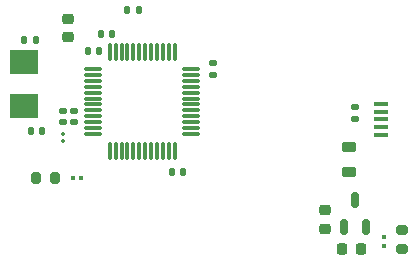
<source format=gbr>
%TF.GenerationSoftware,KiCad,Pcbnew,8.0.8*%
%TF.CreationDate,2025-01-21T23:24:59+01:00*%
%TF.ProjectId,STM32_Design,53544d33-325f-4446-9573-69676e2e6b69,rev?*%
%TF.SameCoordinates,Original*%
%TF.FileFunction,Paste,Top*%
%TF.FilePolarity,Positive*%
%FSLAX46Y46*%
G04 Gerber Fmt 4.6, Leading zero omitted, Abs format (unit mm)*
G04 Created by KiCad (PCBNEW 8.0.8) date 2025-01-21 23:24:59*
%MOMM*%
%LPD*%
G01*
G04 APERTURE LIST*
G04 Aperture macros list*
%AMRoundRect*
0 Rectangle with rounded corners*
0 $1 Rounding radius*
0 $2 $3 $4 $5 $6 $7 $8 $9 X,Y pos of 4 corners*
0 Add a 4 corners polygon primitive as box body*
4,1,4,$2,$3,$4,$5,$6,$7,$8,$9,$2,$3,0*
0 Add four circle primitives for the rounded corners*
1,1,$1+$1,$2,$3*
1,1,$1+$1,$4,$5*
1,1,$1+$1,$6,$7*
1,1,$1+$1,$8,$9*
0 Add four rect primitives between the rounded corners*
20,1,$1+$1,$2,$3,$4,$5,0*
20,1,$1+$1,$4,$5,$6,$7,0*
20,1,$1+$1,$6,$7,$8,$9,0*
20,1,$1+$1,$8,$9,$2,$3,0*%
G04 Aperture macros list end*
%ADD10RoundRect,0.067500X0.067500X-0.067500X0.067500X0.067500X-0.067500X0.067500X-0.067500X-0.067500X0*%
%ADD11R,2.400000X2.000000*%
%ADD12RoundRect,0.075000X-0.662500X-0.075000X0.662500X-0.075000X0.662500X0.075000X-0.662500X0.075000X0*%
%ADD13RoundRect,0.075000X-0.075000X-0.662500X0.075000X-0.662500X0.075000X0.662500X-0.075000X0.662500X0*%
%ADD14RoundRect,0.150000X0.150000X-0.512500X0.150000X0.512500X-0.150000X0.512500X-0.150000X-0.512500X0*%
%ADD15RoundRect,0.135000X0.185000X-0.135000X0.185000X0.135000X-0.185000X0.135000X-0.185000X-0.135000X0*%
%ADD16RoundRect,0.200000X0.200000X0.275000X-0.200000X0.275000X-0.200000X-0.275000X0.200000X-0.275000X0*%
%ADD17RoundRect,0.135000X0.135000X0.185000X-0.135000X0.185000X-0.135000X-0.185000X0.135000X-0.185000X0*%
%ADD18RoundRect,0.200000X-0.275000X0.200000X-0.275000X-0.200000X0.275000X-0.200000X0.275000X0.200000X0*%
%ADD19R,1.300000X0.450000*%
%ADD20RoundRect,0.218750X-0.381250X0.218750X-0.381250X-0.218750X0.381250X-0.218750X0.381250X0.218750X0*%
%ADD21RoundRect,0.079500X-0.079500X-0.100500X0.079500X-0.100500X0.079500X0.100500X-0.079500X0.100500X0*%
%ADD22RoundRect,0.079500X-0.100500X0.079500X-0.100500X-0.079500X0.100500X-0.079500X0.100500X0.079500X0*%
%ADD23RoundRect,0.140000X-0.140000X-0.170000X0.140000X-0.170000X0.140000X0.170000X-0.140000X0.170000X0*%
%ADD24RoundRect,0.140000X0.170000X-0.140000X0.170000X0.140000X-0.170000X0.140000X-0.170000X-0.140000X0*%
%ADD25RoundRect,0.140000X-0.170000X0.140000X-0.170000X-0.140000X0.170000X-0.140000X0.170000X0.140000X0*%
%ADD26RoundRect,0.140000X0.140000X0.170000X-0.140000X0.170000X-0.140000X-0.170000X0.140000X-0.170000X0*%
%ADD27RoundRect,0.225000X0.250000X-0.225000X0.250000X0.225000X-0.250000X0.225000X-0.250000X-0.225000X0*%
%ADD28RoundRect,0.225000X0.225000X0.250000X-0.225000X0.250000X-0.225000X-0.250000X0.225000X-0.250000X0*%
%ADD29RoundRect,0.225000X-0.250000X0.225000X-0.250000X-0.225000X0.250000X-0.225000X0.250000X0.225000X0*%
G04 APERTURE END LIST*
D10*
%TO.C,L1*%
X111750000Y-81800000D03*
X111750000Y-81250000D03*
%TD*%
D11*
%TO.C,Y1*%
X108500000Y-75150000D03*
X108500000Y-78850000D03*
%TD*%
D12*
%TO.C,U2*%
X114337500Y-75750000D03*
X114337500Y-76250000D03*
X114337500Y-76750000D03*
X114337500Y-77250000D03*
X114337500Y-77750000D03*
X114337500Y-78250000D03*
X114337500Y-78750000D03*
X114337500Y-79250000D03*
X114337500Y-79750000D03*
X114337500Y-80250000D03*
X114337500Y-80750000D03*
X114337500Y-81250000D03*
D13*
X115750000Y-82662500D03*
X116250000Y-82662500D03*
X116750000Y-82662500D03*
X117250000Y-82662500D03*
X117750000Y-82662500D03*
X118250000Y-82662500D03*
X118750000Y-82662500D03*
X119250000Y-82662500D03*
X119750000Y-82662500D03*
X120250000Y-82662500D03*
X120750000Y-82662500D03*
X121250000Y-82662500D03*
D12*
X122662500Y-81250000D03*
X122662500Y-80750000D03*
X122662500Y-80250000D03*
X122662500Y-79750000D03*
X122662500Y-79250000D03*
X122662500Y-78750000D03*
X122662500Y-78250000D03*
X122662500Y-77750000D03*
X122662500Y-77250000D03*
X122662500Y-76750000D03*
X122662500Y-76250000D03*
X122662500Y-75750000D03*
D13*
X121250000Y-74337500D03*
X120750000Y-74337500D03*
X120250000Y-74337500D03*
X119750000Y-74337500D03*
X119250000Y-74337500D03*
X118750000Y-74337500D03*
X118250000Y-74337500D03*
X117750000Y-74337500D03*
X117250000Y-74337500D03*
X116750000Y-74337500D03*
X116250000Y-74337500D03*
X115750000Y-74337500D03*
%TD*%
D14*
%TO.C,U1*%
X136500000Y-86862500D03*
X137450000Y-89137500D03*
X135550000Y-89137500D03*
%TD*%
D15*
%TO.C,R4*%
X136500000Y-78990000D03*
X136500000Y-80010000D03*
%TD*%
D16*
%TO.C,R3*%
X111150000Y-85000000D03*
X109500000Y-85000000D03*
%TD*%
D17*
%TO.C,R2*%
X118260000Y-70750000D03*
X117240000Y-70750000D03*
%TD*%
D18*
%TO.C,R1*%
X140500000Y-89350000D03*
X140500000Y-91000000D03*
%TD*%
D19*
%TO.C,J1*%
X138700000Y-81300000D03*
X138700000Y-80650000D03*
X138700000Y-80000000D03*
X138700000Y-79350000D03*
X138700000Y-78700000D03*
%TD*%
D20*
%TO.C,FB1*%
X136000000Y-82337500D03*
X136000000Y-84462500D03*
%TD*%
D21*
%TO.C,D2*%
X113345000Y-85000000D03*
X112655000Y-85000000D03*
%TD*%
D22*
%TO.C,D1*%
X139000000Y-90000000D03*
X139000000Y-90690000D03*
%TD*%
D23*
%TO.C,C11*%
X109040000Y-81000000D03*
X110000000Y-81000000D03*
%TD*%
%TO.C,C10*%
X108520000Y-73250000D03*
X109480000Y-73250000D03*
%TD*%
D24*
%TO.C,C9*%
X112750000Y-80230000D03*
X112750000Y-79270000D03*
%TD*%
%TO.C,C8*%
X111750000Y-80230000D03*
X111750000Y-79270000D03*
%TD*%
D23*
%TO.C,C7*%
X115020000Y-72750000D03*
X115980000Y-72750000D03*
%TD*%
D25*
%TO.C,C6*%
X124500000Y-76230000D03*
X124500000Y-75270000D03*
%TD*%
D26*
%TO.C,C5*%
X121020000Y-84500000D03*
X121980000Y-84500000D03*
%TD*%
%TO.C,C4*%
X114880000Y-74200000D03*
X113920000Y-74200000D03*
%TD*%
D27*
%TO.C,C3*%
X112250000Y-73025000D03*
X112250000Y-71475000D03*
%TD*%
D28*
%TO.C,C2*%
X135450000Y-91000000D03*
X137000000Y-91000000D03*
%TD*%
D29*
%TO.C,C1*%
X134000000Y-89275000D03*
X134000000Y-87725000D03*
%TD*%
M02*

</source>
